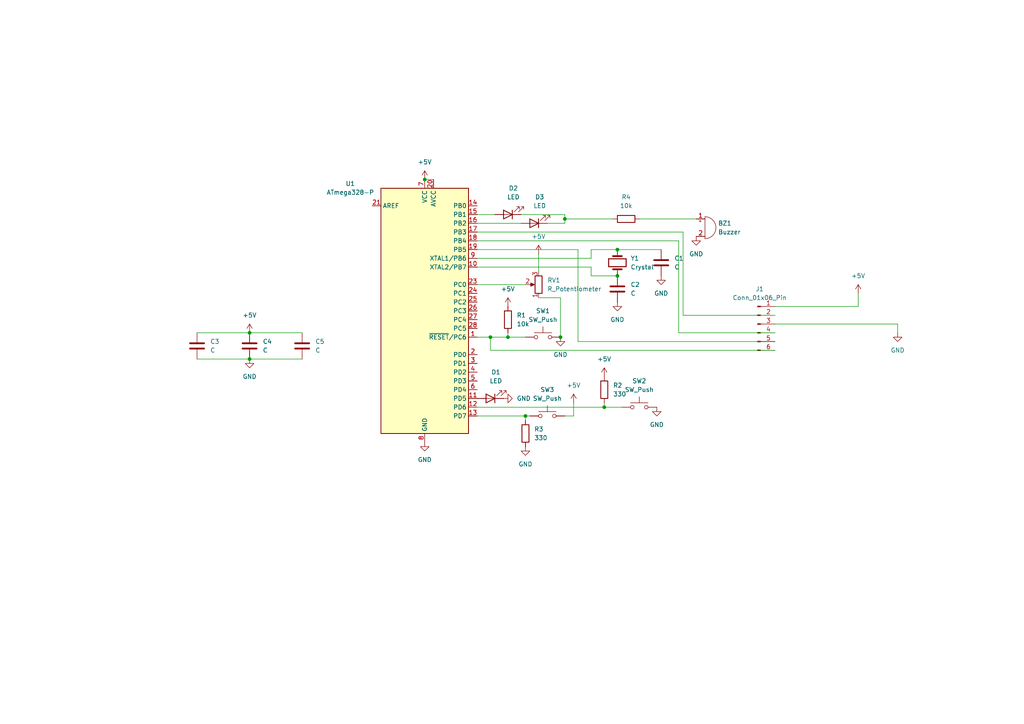
<source format=kicad_sch>
(kicad_sch (version 20250114) (generator "eeschema") (generator_version "9.0")
  (paper "A4")
  (lib_symbols
    (symbol "Connector:Conn_01x06_Pin" (pin_names (offset 1.016) (hide yes))
      (property "Reference" "J" (at 0 7.62 0))
      (property "Value" "Conn_01x06_Pin" (at 0 -10.16 0))
      (symbol "Conn_01x06_Pin_1_1"
        (rectangle (start 0.8636 5.207) (end 0 4.953) (stroke (width 0.1524)) (fill (type outline)))
        (rectangle (start 0.8636 2.667) (end 0 2.413) (stroke (width 0.1524)) (fill (type outline)))
        (rectangle (start 0.8636 0.127) (end 0 -0.127) (stroke (width 0.1524)) (fill (type outline)))
        (rectangle (start 0.8636 -2.413) (end 0 -2.667) (stroke (width 0.1524)) (fill (type outline)))
        (rectangle (start 0.8636 -4.953) (end 0 -5.207) (stroke (width 0.1524)) (fill (type outline)))
        (rectangle (start 0.8636 -7.493) (end 0 -7.747) (stroke (width 0.1524)) (fill (type outline)))
        (polyline (pts (xy 1.27 5.08) (xy 0.8636 5.08)) (stroke (width 0.1524)))
        (polyline (pts (xy 1.27 2.54) (xy 0.8636 2.54)) (stroke (width 0.1524)))
        (polyline (pts (xy 1.27 0) (xy 0.8636 0)) (stroke (width 0.1524)))
        (polyline (pts (xy 1.27 -2.54) (xy 0.8636 -2.54)) (stroke (width 0.1524)))
        (polyline (pts (xy 1.27 -5.08) (xy 0.8636 -5.08)) (stroke (width 0.1524)))
        (polyline (pts (xy 1.27 -7.62) (xy 0.8636 -7.62)) (stroke (width 0.1524)))
        (pin passive line (at 5.08 5.08 180) (length 3.81) (name "Pin_1") (number "1"))
        (pin passive line (at 5.08 2.54 180) (length 3.81) (name "Pin_2") (number "2"))
        (pin passive line (at 5.08 0 180) (length 3.81) (name "Pin_3") (number "3"))
        (pin passive line (at 5.08 -2.54 180) (length 3.81) (name "Pin_4") (number "4"))
        (pin passive line (at 5.08 -5.08 180) (length 3.81) (name "Pin_5") (number "5"))
        (pin passive line (at 5.08 -7.62 180) (length 3.81) (name "Pin_6") (number "6"))
      )
    )
    (symbol "Device:Buzzer" (pin_names (offset 0.0254) (hide yes))
      (property "Reference" "BZ" (at 3.81 1.27 0))
      (property "Value" "Buzzer" (at 3.81 -1.27 0))
      (symbol "Buzzer_0_1"
        (polyline (pts (xy -1.651 1.905) (xy -1.143 1.905)))
        (polyline (pts (xy -1.397 2.159) (xy -1.397 1.651)))
        (arc (start 0 3.175) (mid 3.1612 0) (end 0 -3.175))
        (polyline (pts (xy 0 3.175) (xy 0 -3.175)))
      )
      (symbol "Buzzer_1_1"
        (pin passive line (at -2.54 2.54 0) (length 2.54) (name "+") (number "1"))
        (pin passive line (at -2.54 -2.54 0) (length 2.54) (name "-") (number "2"))
      )
    )
    (symbol "Device:C" (pin_numbers (hide yes)) (pin_names (offset 0.254))
      (property "Reference" "C" (at 0.635 2.54 0))
      (property "Value" "C" (at 0.635 -2.54 0))
      (symbol "C_0_1"
        (polyline (pts (xy -2.032 0.762) (xy 2.032 0.762)) (stroke (width 0.508)))
        (polyline (pts (xy -2.032 -0.762) (xy 2.032 -0.762)) (stroke (width 0.508)))
      )
      (symbol "C_1_1"
        (pin passive line (at 0 3.81 270) (length 2.794) (name "~") (number "1"))
        (pin passive line (at 0 -3.81 90) (length 2.794) (name "~") (number "2"))
      )
    )
    (symbol "Device:Crystal" (pin_numbers (hide yes)) (pin_names (offset 1.016) (hide yes))
      (property "Reference" "Y" (at 0 3.81 0))
      (property "Value" "Crystal" (at 0 -3.81 0))
      (symbol "Crystal_0_1"
        (polyline (pts (xy -2.54 0) (xy -1.905 0)))
        (polyline (pts (xy -1.905 -1.27) (xy -1.905 1.27)) (stroke (width 0.508)))
        (rectangle (start -1.143 2.54) (end 1.143 -2.54) (stroke (width 0.3048)))
        (polyline (pts (xy 1.905 -1.27) (xy 1.905 1.27)) (stroke (width 0.508)))
        (polyline (pts (xy 2.54 0) (xy 1.905 0)))
      )
      (symbol "Crystal_1_1"
        (pin passive line (at -3.81 0 0) (length 1.27) (name "1") (number "1"))
        (pin passive line (at 3.81 0 180) (length 1.27) (name "2") (number "2"))
      )
    )
    (symbol "Device:LED" (pin_numbers (hide yes)) (pin_names (offset 1.016) (hide yes))
      (property "Reference" "D" (at 0 2.54 0))
      (property "Value" "LED" (at 0 -2.54 0))
      (symbol "LED_0_1"
        (polyline (pts (xy -3.048 -0.762) (xy -4.572 -2.286) (xy -3.81 -2.286) (xy -4.572 -2.286) (xy -4.572 -1.524)))
        (polyline (pts (xy -1.778 -0.762) (xy -3.302 -2.286) (xy -2.54 -2.286) (xy -3.302 -2.286) (xy -3.302 -1.524)))
        (polyline (pts (xy -1.27 0) (xy 1.27 0)))
        (polyline (pts (xy -1.27 -1.27) (xy -1.27 1.27)) (stroke (width 0.254)))
        (polyline (pts (xy 1.27 -1.27) (xy 1.27 1.27) (xy -1.27 0) (xy 1.27 -1.27)) (stroke (width 0.254)))
      )
      (symbol "LED_1_1"
        (pin passive line (at -3.81 0 0) (length 2.54) (name "K") (number "1"))
        (pin passive line (at 3.81 0 180) (length 2.54) (name "A") (number "2"))
      )
    )
    (symbol "Device:R" (pin_numbers (hide yes)) (pin_names (offset 0))
      (property "Reference" "R" (at 2.032 0 90))
      (property "Value" "R" (at 0 0 90))
      (symbol "R_0_1"
        (rectangle (start -1.016 -2.54) (end 1.016 2.54) (stroke (width 0.254)))
      )
      (symbol "R_1_1"
        (pin passive line (at 0 3.81 270) (length 1.27) (name "~") (number "1"))
        (pin passive line (at 0 -3.81 90) (length 1.27) (name "~") (number "2"))
      )
    )
    (symbol "Device:R_Potentiometer" (pin_names (offset 1.016) (hide yes))
      (property "Reference" "RV" (at -4.445 0 90))
      (property "Value" "R_Potentiometer" (at -2.54 0 90))
      (symbol "R_Potentiometer_0_1"
        (rectangle (start 1.016 2.54) (end -1.016 -2.54) (stroke (width 0.254)))
        (polyline (pts (xy 1.143 0) (xy 2.286 0.508) (xy 2.286 -0.508) (xy 1.143 0)) (fill (type outline)))
        (polyline (pts (xy 2.54 0) (xy 1.524 0)))
      )
      (symbol "R_Potentiometer_1_1"
        (pin passive line (at 0 3.81 270) (length 1.27) (name "1") (number "1"))
        (pin passive line (at 0 -3.81 90) (length 1.27) (name "3") (number "3"))
        (pin passive line (at 3.81 0 180) (length 1.27) (name "2") (number "2"))
      )
    )
    (symbol "MCU_Microchip_ATmega:ATmega328-P"
      (property "Reference" "U" (at -12.7 36.83 0))
      (property "Value" "ATmega328-P" (at 2.54 -36.83 0))
      (symbol "ATmega328-P_0_1"
        (rectangle (start -12.7 -35.56) (end 12.7 35.56) (stroke (width 0.254)) (fill (type background)))
      )
      (symbol "ATmega328-P_1_1"
        (pin passive line (at -15.24 30.48 0) (length 2.54) (name "AREF") (number "21"))
        (pin power_in line (at 0 38.1 270) (length 2.54) (name "VCC") (number "7"))
        (pin passive line (at 0 -38.1 90) (length 2.54) (hide yes) (name "GND") (number "22"))
        (pin power_in line (at 0 -38.1 90) (length 2.54) (name "GND") (number "8"))
        (pin power_in line (at 2.54 38.1 270) (length 2.54) (name "AVCC") (number "20"))
        (pin bidirectional line (at 15.24 30.48 180) (length 2.54) (name "PB0") (number "14"))
        (pin bidirectional line (at 15.24 27.94 180) (length 2.54) (name "PB1") (number "15"))
        (pin bidirectional line (at 15.24 25.4 180) (length 2.54) (name "PB2") (number "16"))
        (pin bidirectional line (at 15.24 22.86 180) (length 2.54) (name "PB3") (number "17"))
        (pin bidirectional line (at 15.24 20.32 180) (length 2.54) (name "PB4") (number "18"))
        (pin bidirectional line (at 15.24 17.78 180) (length 2.54) (name "PB5") (number "19"))
        (pin bidirectional line (at 15.24 15.24 180) (length 2.54) (name "XTAL1/PB6") (number "9"))
        (pin bidirectional line (at 15.24 12.7 180) (length 2.54) (name "XTAL2/PB7") (number "10"))
        (pin bidirectional line (at 15.24 7.62 180) (length 2.54) (name "PC0") (number "23"))
        (pin bidirectional line (at 15.24 5.08 180) (length 2.54) (name "PC1") (number "24"))
        (pin bidirectional line (at 15.24 2.54 180) (length 2.54) (name "PC2") (number "25"))
        (pin bidirectional line (at 15.24 0 180) (length 2.54) (name "PC3") (number "26"))
        (pin bidirectional line (at 15.24 -2.54 180) (length 2.54) (name "PC4") (number "27"))
        (pin bidirectional line (at 15.24 -5.08 180) (length 2.54) (name "PC5") (number "28"))
        (pin bidirectional line (at 15.24 -7.62 180) (length 2.54) (name "~{RESET}/PC6") (number "1"))
        (pin bidirectional line (at 15.24 -12.7 180) (length 2.54) (name "PD0") (number "2"))
        (pin bidirectional line (at 15.24 -15.24 180) (length 2.54) (name "PD1") (number "3"))
        (pin bidirectional line (at 15.24 -17.78 180) (length 2.54) (name "PD2") (number "4"))
        (pin bidirectional line (at 15.24 -20.32 180) (length 2.54) (name "PD3") (number "5"))
        (pin bidirectional line (at 15.24 -22.86 180) (length 2.54) (name "PD4") (number "6"))
        (pin bidirectional line (at 15.24 -25.4 180) (length 2.54) (name "PD5") (number "11"))
        (pin bidirectional line (at 15.24 -27.94 180) (length 2.54) (name "PD6") (number "12"))
        (pin bidirectional line (at 15.24 -30.48 180) (length 2.54) (name "PD7") (number "13"))
      )
    )
    (symbol "Switch:SW_Push" (pin_numbers (hide yes)) (pin_names (offset 1.016) (hide yes))
      (property "Reference" "SW" (at 1.27 2.54 0))
      (property "Value" "SW_Push" (at 0 -1.524 0))
      (symbol "SW_Push_0_1"
        (circle (center -2.032 0) (radius 0.508))
        (polyline (pts (xy 0 1.27) (xy 0 3.048)))
        (circle (center 2.032 0) (radius 0.508))
        (polyline (pts (xy 2.54 1.27) (xy -2.54 1.27)))
        (pin passive line (at -5.08 0 0) (length 2.54) (name "1") (number "1"))
        (pin passive line (at 5.08 0 180) (length 2.54) (name "2") (number "2"))
      )
    )
    (symbol "power:+5V" (power) (pin_numbers (hide yes)) (pin_names (offset 0) (hide yes))
      (property "Value" "+5V" (at 0 3.556 0))
      (symbol "+5V_0_1"
        (polyline (pts (xy -0.762 1.27) (xy 0 2.54)))
        (polyline (pts (xy 0 2.54) (xy 0.762 1.27)))
        (polyline (pts (xy 0 0) (xy 0 2.54)))
      )
      (symbol "+5V_1_1"
        (pin power_in line (at 0 0 90) (length 0) (name "~") (number "1"))
      )
    )
    (symbol "power:GND" (power) (pin_numbers (hide yes)) (pin_names (offset 0) (hide yes))
      (property "Value" "GND" (at 0 -3.81 0))
      (symbol "GND_0_1"
        (polyline (pts (xy 0 0) (xy 0 -1.27) (xy 1.27 -1.27) (xy 0 -2.54) (xy -1.27 -1.27) (xy 0 -1.27)))
      )
      (symbol "GND_1_1"
        (pin power_in line (at 0 0 270) (length 0) (name "~") (number "1"))
      )
    )
  )
  (junction (at 142.24 97.79))
  (junction (at 162.56 97.79))
  (junction (at 175.26 118.11))
  (junction (at 72.39 104.14))
  (junction (at 152.4 120.65))
  (junction (at 163.83 63.5))
  (junction (at 123.19 52.07))
  (junction (at 179.07 80.01))
  (junction (at 147.32 97.79))
  (junction (at 72.39 96.52))
  (junction (at 179.07 72.39))
  (wire (pts (xy 171.45 72.39) (xy 171.45 74.93)))
  (wire (pts (xy 156.21 86.36) (xy 162.56 86.36)))
  (wire (pts (xy 138.43 118.11) (xy 175.26 118.11)))
  (wire (pts (xy 248.92 85.09) (xy 248.92 88.9)))
  (wire (pts (xy 201.93 63.5) (xy 185.42 63.5)))
  (wire (pts (xy 138.43 77.47) (xy 171.45 77.47)))
  (wire (pts (xy 152.4 120.65) (xy 153.67 120.65)))
  (wire (pts (xy 72.39 96.52) (xy 57.15 96.52)))
  (wire (pts (xy 147.32 97.79) (xy 152.4 97.79)))
  (wire (pts (xy 198.12 91.44) (xy 198.12 67.31)))
  (wire (pts (xy 171.45 77.47) (xy 171.45 80.01)))
  (wire (pts (xy 72.39 96.52) (xy 87.63 96.52)))
  (wire (pts (xy 138.43 64.77) (xy 151.13 64.77)))
  (wire (pts (xy 72.39 104.14) (xy 87.63 104.14)))
  (wire (pts (xy 138.43 120.65) (xy 152.4 120.65)))
  (wire (pts (xy 162.56 86.36) (xy 162.56 97.79)))
  (wire (pts (xy 179.07 72.39) (xy 191.77 72.39)))
  (wire (pts (xy 138.43 62.23) (xy 143.51 62.23)))
  (wire (pts (xy 57.15 104.14) (xy 72.39 104.14)))
  (wire (pts (xy 224.79 91.44) (xy 198.12 91.44)))
  (wire (pts (xy 151.13 62.23) (xy 163.83 62.23)))
  (wire (pts (xy 142.24 97.79) (xy 138.43 97.79)))
  (wire (pts (xy 177.8 63.5) (xy 163.83 63.5)))
  (wire (pts (xy 166.37 120.65) (xy 166.37 116.84)))
  (wire (pts (xy 123.19 52.07) (xy 125.73 52.07)))
  (wire (pts (xy 152.4 121.92) (xy 152.4 120.65)))
  (wire (pts (xy 163.83 64.77) (xy 163.83 63.5)))
  (wire (pts (xy 147.32 97.79) (xy 142.24 97.79)))
  (wire (pts (xy 138.43 72.39) (xy 167.64 72.39)))
  (wire (pts (xy 179.07 72.39) (xy 171.45 72.39)))
  (wire (pts (xy 224.79 88.9) (xy 248.92 88.9)))
  (wire (pts (xy 196.85 69.85) (xy 138.43 69.85)))
  (wire (pts (xy 138.43 74.93) (xy 171.45 74.93)))
  (wire (pts (xy 147.32 96.52) (xy 147.32 97.79)))
  (wire (pts (xy 175.26 116.84) (xy 175.26 118.11)))
  (wire (pts (xy 171.45 80.01) (xy 179.07 80.01)))
  (wire (pts (xy 196.85 96.52) (xy 196.85 69.85)))
  (wire (pts (xy 167.64 99.06) (xy 224.79 99.06)))
  (wire (pts (xy 167.64 72.39) (xy 167.64 99.06)))
  (wire (pts (xy 158.75 64.77) (xy 163.83 64.77)))
  (wire (pts (xy 224.79 96.52) (xy 196.85 96.52)))
  (wire (pts (xy 198.12 67.31) (xy 138.43 67.31)))
  (wire (pts (xy 138.43 82.55) (xy 152.4 82.55)))
  (wire (pts (xy 163.83 120.65) (xy 166.37 120.65)))
  (wire (pts (xy 156.21 73.66) (xy 156.21 78.74)))
  (wire (pts (xy 163.83 62.23) (xy 163.83 63.5)))
  (wire (pts (xy 224.79 93.98) (xy 260.35 93.98)))
  (wire (pts (xy 175.26 118.11) (xy 180.34 118.11)))
  (wire (pts (xy 142.24 97.79) (xy 142.24 101.6)))
  (wire (pts (xy 260.35 93.98) (xy 260.35 96.52)))
  (wire (pts (xy 142.24 101.6) (xy 224.79 101.6)))
  (symbol (lib_id "Switch:SW_Push") (at 157.48 97.79 0) (unit 1)
    (property "Reference" "SW1" (at 157.48 90.17 0))
    (property "Value" "SW_Push" (at 157.48 92.71 0))
    (property "Footprint" "Button_Switch_SMD:SW_SPST_Panasonic_EVQPL_3PL_5PL_PT_A15" (effects (hide yes)))
    (property "Description" "Push button switch, generic, two pins" (effects (hide yes)))
  )
  (symbol (lib_id "Device:C") (at 72.39 100.33 0) (unit 1)
    (property "Reference" "C4" (at 76.2 99.0599 0) (effects (justify left)))
    (property "Value" "C" (at 76.2 101.5999 0) (effects (justify left)))
    (property "Footprint" "Capacitor_SMD:CP_Elec_8x10" (effects (hide yes)))
    (property "Description" "Unpolarized capacitor" (effects (hide yes)))
  )
  (symbol (lib_id "Device:R") (at 175.26 113.03 180) (unit 1)
    (property "Reference" "R2" (at 177.8 111.7599 0) (effects (justify right)))
    (property "Value" "330" (at 177.8 114.2999 0) (effects (justify right)))
    (property "Footprint" "Resistor_SMD:R_0805_2012Metric" (effects (hide yes)))
    (property "Description" "Resistor" (effects (hide yes)))
  )
  (symbol (lib_id "power:GND") (at 146.05 115.57 90) (unit 1)
    (property "Reference" "#PWR07" (effects (hide yes)))
    (property "Value" "GND" (at 149.86 115.5699 90) (effects (justify right)))
    (property "Description" "Power symbol creates a global label with name \"GND\" , ground" (effects (hide yes)))
  )
  (symbol (lib_id "Switch:SW_Push") (at 185.42 118.11 0) (unit 1)
    (property "Reference" "SW2" (at 185.42 110.49 0))
    (property "Value" "SW_Push" (at 185.42 113.03 0))
    (property "Footprint" "Button_Switch_SMD:SW_SPST_Panasonic_EVQPL_3PL_5PL_PT_A15" (effects (hide yes)))
    (property "Description" "Push button switch, generic, two pins" (effects (hide yes)))
  )
  (symbol (lib_id "power:GND") (at 179.07 87.63 0) (unit 1)
    (property "Reference" "#PWR03" (effects (hide yes)))
    (property "Value" "GND" (at 179.07 92.71 0))
    (property "Description" "Power symbol creates a global label with name \"GND\" , ground" (effects (hide yes)))
  )
  (symbol (lib_id "Device:C") (at 87.63 100.33 0) (unit 1)
    (property "Reference" "C5" (at 91.44 99.0599 0) (effects (justify left)))
    (property "Value" "C" (at 91.44 101.5999 0) (effects (justify left)))
    (property "Footprint" "Capacitor_SMD:CP_Elec_8x10" (effects (hide yes)))
    (property "Description" "Unpolarized capacitor" (effects (hide yes)))
  )
  (symbol (lib_id "Device:C") (at 179.07 83.82 0) (unit 1)
    (property "Reference" "C2" (at 182.88 82.5499 0) (effects (justify left)))
    (property "Value" "C" (at 182.88 85.0899 0) (effects (justify left)))
    (property "Footprint" "Capacitor_SMD:C_1206_3216Metric" (effects (hide yes)))
    (property "Description" "Unpolarized capacitor" (effects (hide yes)))
  )
  (symbol (lib_id "power:+5V") (at 147.32 88.9 0) (unit 1)
    (property "Reference" "#PWR05" (effects (hide yes)))
    (property "Value" "+5V" (at 147.32 83.82 0))
    (property "Description" "Power symbol creates a global label with name \"+5V\"" (effects (hide yes)))
  )
  (symbol (lib_id "Device:R") (at 181.61 63.5 270) (unit 1)
    (property "Reference" "R4" (at 181.61 57.15 90))
    (property "Value" "10k" (at 181.61 59.69 90))
    (property "Footprint" "Resistor_SMD:R_0805_2012Metric" (effects (hide yes)))
    (property "Description" "Resistor" (effects (hide yes)))
  )
  (symbol (lib_id "power:+5V") (at 248.92 85.09 0) (unit 1)
    (property "Reference" "#PWR016" (effects (hide yes)))
    (property "Value" "+5V" (at 248.92 80.01 0))
    (property "Description" "Power symbol creates a global label with name \"+5V\"" (effects (hide yes)))
  )
  (symbol (lib_id "Device:R") (at 152.4 125.73 180) (unit 1)
    (property "Reference" "R3" (at 154.94 124.4599 0) (effects (justify right)))
    (property "Value" "330" (at 154.94 126.9999 0) (effects (justify right)))
    (property "Footprint" "Resistor_SMD:R_0805_2012Metric" (effects (hide yes)))
    (property "Description" "Resistor" (effects (hide yes)))
  )
  (symbol (lib_id "power:GND") (at 191.77 80.01 0) (unit 1)
    (property "Reference" "#PWR04" (effects (hide yes)))
    (property "Value" "GND" (at 191.77 85.09 0))
    (property "Description" "Power symbol creates a global label with name \"GND\" , ground" (effects (hide yes)))
  )
  (symbol (lib_id "power:GND") (at 201.93 68.58 0) (unit 1)
    (property "Reference" "#PWR012" (effects (hide yes)))
    (property "Value" "GND" (at 201.93 73.66 0))
    (property "Description" "Power symbol creates a global label with name \"GND\" , ground" (effects (hide yes)))
  )
  (symbol (lib_id "Device:LED") (at 154.94 64.77 180) (unit 1)
    (property "Reference" "D3" (at 156.5275 57.15 0))
    (property "Value" "LED" (at 156.5275 59.69 0))
    (property "Footprint" "LED_SMD:LED_1812_4532Metric" (effects (hide yes)))
    (property "Description" "Light emitting diode" (effects (hide yes)))
    (property "Sim.Pins" "1=K 2=A" (effects (hide yes)))
  )
  (symbol (lib_id "power:+5V") (at 123.19 52.07 0) (unit 1)
    (property "Reference" "#PWR01" (effects (hide yes)))
    (property "Value" "+5V" (at 123.19 46.99 0))
    (property "Description" "Power symbol creates a global label with name \"+5V\"" (effects (hide yes)))
  )
  (symbol (lib_id "power:GND") (at 123.19 128.27 0) (unit 1)
    (property "Reference" "#PWR02" (effects (hide yes)))
    (property "Value" "GND" (at 123.19 133.35 0))
    (property "Description" "Power symbol creates a global label with name \"GND\" , ground" (effects (hide yes)))
  )
  (symbol (lib_id "Device:R") (at 147.32 92.71 180) (unit 1)
    (property "Reference" "R1" (at 149.86 91.4399 0) (effects (justify right)))
    (property "Value" "10k" (at 149.86 93.9799 0) (effects (justify right)))
    (property "Footprint" "Resistor_SMD:R_0805_2012Metric" (effects (hide yes)))
    (property "Description" "Resistor" (effects (hide yes)))
  )
  (symbol (lib_id "power:GND") (at 260.35 96.52 0) (unit 1)
    (property "Reference" "#PWR017" (effects (hide yes)))
    (property "Value" "GND" (at 260.35 101.6 0))
    (property "Description" "Power symbol creates a global label with name \"GND\" , ground" (effects (hide yes)))
  )
  (symbol (lib_id "Device:R_Potentiometer") (at 156.21 82.55 180) (unit 1)
    (property "Reference" "RV1" (at 158.75 81.2799 0) (effects (justify right)))
    (property "Value" "R_Potentiometer" (at 158.75 83.8199 0) (effects (justify right)))
    (property "Footprint" "Potentiometer_SMD:Potentiometer_Bourns_3224W_Vertical" (effects (hide yes)))
    (property "Description" "Potentiometer" (effects (hide yes)))
  )
  (symbol (lib_id "Connector:Conn_01x06_Pin") (at 219.71 93.98 0) (unit 1)
    (property "Reference" "J1" (at 220.345 83.82 0))
    (property "Value" "Conn_01x06_Pin" (at 220.345 86.36 0))
    (property "Footprint" "Connector_PinHeader_2.54mm:PinHeader_2x03_P2.54mm_Vertical" (effects (hide yes)))
    (property "Description" "Generic connector, single row, 01x06, script generated" (effects (hide yes)))
  )
  (symbol (lib_id "MCU_Microchip_ATmega:ATmega328-P") (at 123.19 90.17 0) (unit 1)
    (property "Reference" "U1" (at 101.6 53.2698 0))
    (property "Value" "ATmega328-P" (at 101.6 55.8098 0))
    (property "Footprint" "Package_QFP:TQFP-32_7x7mm_P0.8mm" (effects (hide yes)))
    (property "Datasheet" "http://ww1.microchip.com/downloads/en/DeviceDoc/ATmega328_P%20AVR%20MCU%20with%20picoPower%20Technology%20Data%20Sheet%2040001984A.pdf" (effects (hide yes)))
    (property "Description" "20MHz, 32kB Flash, 2kB SRAM, 1kB EEPROM, DIP-28" (effects (hide yes)))
  )
  (symbol (lib_id "power:+5V") (at 72.39 96.52 0) (unit 1)
    (property "Reference" "#PWR015" (effects (hide yes)))
    (property "Value" "+5V" (at 72.39 91.44 0))
    (property "Description" "Power symbol creates a global label with name \"+5V\"" (effects (hide yes)))
  )
  (symbol (lib_id "power:+5V") (at 156.21 73.66 0) (unit 1)
    (property "Reference" "#PWR013" (effects (hide yes)))
    (property "Value" "+5V" (at 156.21 68.58 0))
    (property "Description" "Power symbol creates a global label with name \"+5V\"" (effects (hide yes)))
  )
  (symbol (lib_id "power:+5V") (at 166.37 116.84 0) (unit 1)
    (property "Reference" "#PWR010" (effects (hide yes)))
    (property "Value" "+5V" (at 166.37 111.76 0))
    (property "Description" "Power symbol creates a global label with name \"+5V\"" (effects (hide yes)))
  )
  (symbol (lib_id "Device:C") (at 57.15 100.33 0) (unit 1)
    (property "Reference" "C3" (at 60.96 99.0599 0) (effects (justify left)))
    (property "Value" "C" (at 60.96 101.5999 0) (effects (justify left)))
    (property "Footprint" "Capacitor_SMD:CP_Elec_8x10" (effects (hide yes)))
    (property "Description" "Unpolarized capacitor" (effects (hide yes)))
  )
  (symbol (lib_id "Device:Buzzer") (at 204.47 66.04 0) (unit 1)
    (property "Reference" "BZ1" (at 208.28 64.7699 0) (effects (justify left)))
    (property "Value" "Buzzer" (at 208.28 67.3099 0) (effects (justify left)))
    (property "Footprint" "Buzzer_Beeper:Buzzer_15x7.5RM7.6" (effects (hide yes)))
    (property "Description" "Buzzer, polarized" (effects (hide yes)))
  )
  (symbol (lib_id "Device:Crystal") (at 179.07 76.2 270) (unit 1)
    (property "Reference" "Y1" (at 182.88 74.9299 90) (effects (justify left)))
    (property "Value" "Crystal" (at 182.88 77.4699 90) (effects (justify left)))
    (property "Footprint" "Crystal:Crystal_SMD_3225-4Pin_3.2x2.5mm" (effects (hide yes)))
    (property "Description" "Two pin crystal" (effects (hide yes)))
  )
  (symbol (lib_id "Device:LED") (at 147.32 62.23 180) (unit 1)
    (property "Reference" "D2" (at 148.9075 54.61 0))
    (property "Value" "LED" (at 148.9075 57.15 0))
    (property "Footprint" "LED_SMD:LED_1812_4532Metric" (effects (hide yes)))
    (property "Description" "Light emitting diode" (effects (hide yes)))
    (property "Sim.Pins" "1=K 2=A" (effects (hide yes)))
  )
  (symbol (lib_id "Device:C") (at 191.77 76.2 0) (unit 1)
    (property "Reference" "C1" (at 195.58 74.9299 0) (effects (justify left)))
    (property "Value" "C" (at 195.58 77.4699 0) (effects (justify left)))
    (property "Footprint" "Capacitor_SMD:C_1206_3216Metric" (effects (hide yes)))
    (property "Description" "Unpolarized capacitor" (effects (hide yes)))
  )
  (symbol (lib_id "power:GND") (at 152.4 129.54 0) (unit 1)
    (property "Reference" "#PWR011" (effects (hide yes)))
    (property "Value" "GND" (at 152.4 134.62 0))
    (property "Description" "Power symbol creates a global label with name \"GND\" , ground" (effects (hide yes)))
  )
  (symbol (lib_id "Switch:SW_Push") (at 158.75 120.65 0) (unit 1)
    (property "Reference" "SW3" (at 158.75 113.03 0))
    (property "Value" "SW_Push" (at 158.75 115.57 0))
    (property "Footprint" "Button_Switch_SMD:SW_SPST_Panasonic_EVQPL_3PL_5PL_PT_A15" (effects (hide yes)))
    (property "Description" "Push button switch, generic, two pins" (effects (hide yes)))
  )
  (symbol (lib_id "power:+5V") (at 175.26 109.22 0) (unit 1)
    (property "Reference" "#PWR08" (effects (hide yes)))
    (property "Value" "+5V" (at 175.26 104.14 0))
    (property "Description" "Power symbol creates a global label with name \"+5V\"" (effects (hide yes)))
  )
  (symbol (lib_id "power:GND") (at 72.39 104.14 0) (unit 1)
    (property "Reference" "#PWR014" (effects (hide yes)))
    (property "Value" "GND" (at 72.39 109.22 0))
    (property "Description" "Power symbol creates a global label with name \"GND\" , ground" (effects (hide yes)))
  )
  (symbol (lib_id "power:GND") (at 190.5 118.11 0) (unit 1)
    (property "Reference" "#PWR09" (effects (hide yes)))
    (property "Value" "GND" (at 190.5 123.19 0))
    (property "Description" "Power symbol creates a global label with name \"GND\" , ground" (effects (hide yes)))
  )
  (symbol (lib_id "power:GND") (at 162.56 97.79 0) (unit 1)
    (property "Reference" "#PWR06" (effects (hide yes)))
    (property "Value" "GND" (at 162.56 102.87 0))
    (property "Description" "Power symbol creates a global label with name \"GND\" , ground" (effects (hide yes)))
  )
  (symbol (lib_id "Device:LED") (at 142.24 115.57 180) (unit 1)
    (property "Reference" "D1" (at 143.8275 107.95 0))
    (property "Value" "LED" (at 143.8275 110.49 0))
    (property "Footprint" "LED_SMD:LED_1812_4532Metric" (effects (hide yes)))
    (property "Description" "Light emitting diode" (effects (hide yes)))
    (property "Sim.Pins" "1=K 2=A" (effects (hide yes)))
  )
)
</source>
